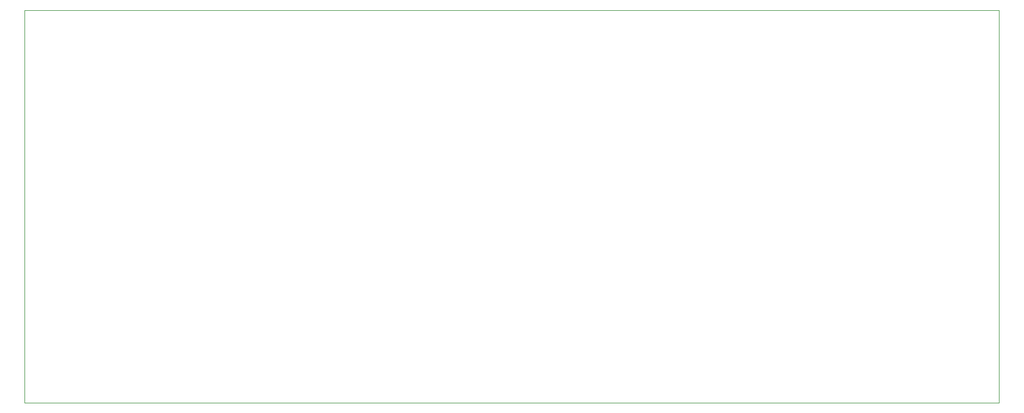
<source format=gbr>
%TF.GenerationSoftware,KiCad,Pcbnew,7.0.6*%
%TF.CreationDate,2023-11-23T12:54:35+01:00*%
%TF.ProjectId,mainboard,6d61696e-626f-4617-9264-2e6b69636164,1*%
%TF.SameCoordinates,Original*%
%TF.FileFunction,Profile,NP*%
%FSLAX46Y46*%
G04 Gerber Fmt 4.6, Leading zero omitted, Abs format (unit mm)*
G04 Created by KiCad (PCBNEW 7.0.6) date 2023-11-23 12:54:35*
%MOMM*%
%LPD*%
G01*
G04 APERTURE LIST*
%TA.AperFunction,Profile*%
%ADD10C,0.100000*%
%TD*%
G04 APERTURE END LIST*
D10*
X65354052Y-73660000D02*
X210134052Y-73660000D01*
X210134052Y-132080000D01*
X65354052Y-132080000D01*
X65354052Y-73660000D01*
M02*

</source>
